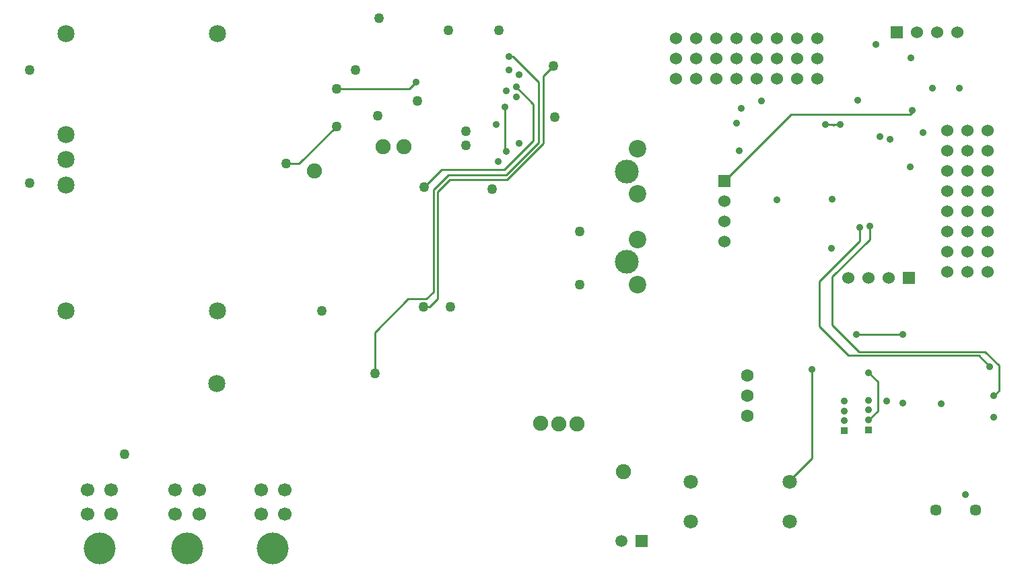
<source format=gbl>
G04 Layer_Physical_Order=4*
G04 Layer_Color=16711680*
%FSLAX25Y25*%
%MOIN*%
G70*
G01*
G75*
%ADD40C,0.01000*%
%ADD49C,0.05709*%
%ADD50C,0.06693*%
%ADD51C,0.15748*%
%ADD52C,0.08661*%
%ADD53C,0.11811*%
%ADD54R,0.03543X0.03543*%
%ADD55C,0.03543*%
%ADD56C,0.06331*%
%ADD57C,0.07118*%
%ADD58C,0.08500*%
%ADD59C,0.06000*%
%ADD60R,0.06000X0.06000*%
%ADD61R,0.06000X0.06000*%
%ADD62C,0.05905*%
%ADD63R,0.05905X0.05905*%
%ADD64C,0.03500*%
%ADD65C,0.05000*%
%ADD66C,0.07500*%
D40*
X663000Y387500D02*
X664700Y389200D01*
X614500Y217000D02*
Y261000D01*
X415000Y399965D02*
X418500Y403465D01*
X379000Y399965D02*
X415000D01*
X354000Y362965D02*
X360500D01*
X379000Y381465D01*
X481500Y406465D02*
X486500Y411465D01*
X481500Y372965D02*
Y406465D01*
X463500Y354965D02*
X481500Y372965D01*
X422000Y291965D02*
X425000D01*
X429000Y295965D01*
X464500Y415965D02*
X466500D01*
X479000Y403465D01*
Y373465D02*
Y403465D01*
X463000Y357465D02*
X479000Y373465D01*
X423500Y295965D02*
X427000Y299465D01*
X398000Y258965D02*
Y279465D01*
X414500Y295965D01*
X423500D01*
X468000Y400965D02*
X476500Y392465D01*
X422500Y351465D02*
X431000Y359965D01*
X462000D01*
X476500Y374465D01*
Y392465D01*
X427000Y299465D02*
Y349965D01*
X434500Y357465D01*
X463000D01*
X429000Y295965D02*
Y348965D01*
X435000Y354965D01*
X463500D01*
X462500Y369465D02*
X462984Y368980D01*
X462500Y369465D02*
Y390965D01*
X624488Y382500D02*
X624988Y382000D01*
X621000Y382500D02*
X624488D01*
X624988Y382000D02*
X625488Y382500D01*
X628500D01*
X604000Y387500D02*
X663000D01*
X571000Y354500D02*
X604000Y387500D01*
X704500Y248000D02*
X707000Y250500D01*
Y263000D01*
X642500Y236079D02*
X647000Y240579D01*
Y255000D01*
X642500Y259500D02*
X647000Y255000D01*
X618000Y282500D02*
Y304677D01*
X638000Y324677D02*
Y331500D01*
X618000Y304677D02*
X638000Y324677D01*
X624500Y283000D02*
Y307000D01*
X643000Y325500D01*
Y332000D01*
X697000Y268000D02*
X702500Y262500D01*
X700100Y269900D02*
X707000Y263000D01*
X618000Y282500D02*
X632500Y268000D01*
X697000D01*
X624500Y283000D02*
X637600Y269900D01*
X700100D01*
X603500Y206000D02*
X614500Y217000D01*
X603500Y205500D02*
Y206000D01*
Y204500D02*
Y205500D01*
X636500Y278500D02*
X659500D01*
D49*
X675716Y191500D02*
D03*
X695402D02*
D03*
D50*
X299095Y189508D02*
D03*
X310906D02*
D03*
Y201319D02*
D03*
X299095D02*
D03*
X341595Y189508D02*
D03*
X353405D02*
D03*
Y201319D02*
D03*
X341595D02*
D03*
X255689Y189500D02*
D03*
X267500D02*
D03*
Y201311D02*
D03*
X255689D02*
D03*
D51*
X305000Y172500D02*
D03*
X347500D02*
D03*
X261595Y172492D02*
D03*
D52*
X528000Y325559D02*
D03*
Y303118D02*
D03*
Y370441D02*
D03*
Y348000D02*
D03*
D53*
X522724Y314339D02*
D03*
Y359221D02*
D03*
D54*
X630500Y230736D02*
D03*
X642500Y231157D02*
D03*
D55*
X630500Y235658D02*
D03*
Y240579D02*
D03*
Y245500D02*
D03*
X642500Y236079D02*
D03*
Y241000D02*
D03*
Y245921D02*
D03*
D56*
X582500Y238000D02*
D03*
Y248000D02*
D03*
Y258000D02*
D03*
D57*
X603500Y205500D02*
D03*
X554287D02*
D03*
X603500Y185815D02*
D03*
X554287D02*
D03*
D58*
X320000Y427500D02*
D03*
X245000D02*
D03*
Y377500D02*
D03*
Y365000D02*
D03*
Y352500D02*
D03*
Y290000D02*
D03*
X320000D02*
D03*
X319750Y254250D02*
D03*
D59*
X701500Y309500D02*
D03*
X691500D02*
D03*
X681500D02*
D03*
X701500Y319500D02*
D03*
X691500D02*
D03*
X681500D02*
D03*
X701500Y329500D02*
D03*
X691500D02*
D03*
X681500D02*
D03*
X701500Y339500D02*
D03*
X691500D02*
D03*
X681500D02*
D03*
X701500Y349500D02*
D03*
X691500D02*
D03*
X681500D02*
D03*
X701500Y359500D02*
D03*
X691500D02*
D03*
X681500D02*
D03*
X701500Y369500D02*
D03*
X691500D02*
D03*
X681500D02*
D03*
Y379500D02*
D03*
X691500D02*
D03*
X701500D02*
D03*
X617000Y425000D02*
D03*
Y415000D02*
D03*
Y405000D02*
D03*
X607000Y425000D02*
D03*
Y415000D02*
D03*
Y405000D02*
D03*
X597000Y425000D02*
D03*
Y415000D02*
D03*
Y405000D02*
D03*
X587000Y425000D02*
D03*
Y415000D02*
D03*
Y405000D02*
D03*
X577000Y425000D02*
D03*
Y415000D02*
D03*
Y405000D02*
D03*
X567000Y425000D02*
D03*
Y415000D02*
D03*
Y405000D02*
D03*
X557000Y425000D02*
D03*
Y415000D02*
D03*
Y405000D02*
D03*
X547000D02*
D03*
Y415000D02*
D03*
Y425000D02*
D03*
X652500Y306500D02*
D03*
X642500D02*
D03*
X632500D02*
D03*
X571000Y344500D02*
D03*
Y334500D02*
D03*
Y324500D02*
D03*
X666500Y428000D02*
D03*
X676500D02*
D03*
X686500D02*
D03*
D60*
X662500Y306500D02*
D03*
X656500Y428000D02*
D03*
D61*
X571000Y354500D02*
D03*
D62*
X520000Y176000D02*
D03*
D63*
X530000D02*
D03*
D64*
X663000Y361500D02*
D03*
X589500Y394000D02*
D03*
X638000Y331500D02*
D03*
X643000Y332000D02*
D03*
X687500Y400500D02*
D03*
X614500Y261000D02*
D03*
X637000Y394500D02*
D03*
X690500Y199000D02*
D03*
X678500Y244000D02*
D03*
X464500Y415965D02*
D03*
Y409465D02*
D03*
X469500Y406965D02*
D03*
X468000Y400965D02*
D03*
X418500Y403465D02*
D03*
X458000Y382465D02*
D03*
X462984Y368980D02*
D03*
X469500Y372965D02*
D03*
X459000Y363965D02*
D03*
X468000Y395965D02*
D03*
X463000Y399134D02*
D03*
X462500Y390965D02*
D03*
X597000Y345000D02*
D03*
X579500Y390500D02*
D03*
X577000Y383000D02*
D03*
X578500Y369500D02*
D03*
X621000Y382500D02*
D03*
X628500D02*
D03*
X663500Y415500D02*
D03*
X674000Y400500D02*
D03*
X669500Y378500D02*
D03*
X646000Y422000D02*
D03*
X704500Y248000D02*
D03*
Y237500D02*
D03*
X659500Y244500D02*
D03*
X702500Y262500D02*
D03*
X642500Y259500D02*
D03*
X624000Y321000D02*
D03*
X659500Y278500D02*
D03*
X636500D02*
D03*
X624500Y345500D02*
D03*
X664000Y389500D02*
D03*
X648000Y376500D02*
D03*
X653000Y375000D02*
D03*
X651500Y245500D02*
D03*
D65*
X459500Y428965D02*
D03*
X434500D02*
D03*
X487000Y385965D02*
D03*
X400000Y434965D02*
D03*
X419000Y393965D02*
D03*
X399500Y386650D02*
D03*
X388500Y409465D02*
D03*
X379000Y399965D02*
D03*
X443000Y378965D02*
D03*
Y371965D02*
D03*
X499500Y302965D02*
D03*
Y329465D02*
D03*
X371685Y289965D02*
D03*
X379000Y381465D02*
D03*
X354000Y362965D02*
D03*
X422000Y291965D02*
D03*
X435500D02*
D03*
X486500Y411465D02*
D03*
X456000Y350465D02*
D03*
X422500Y351465D02*
D03*
X398000Y258965D02*
D03*
X227000Y409500D02*
D03*
X226953Y353453D02*
D03*
X274000Y219000D02*
D03*
D66*
X402000Y371465D02*
D03*
X412500D02*
D03*
X368000Y359465D02*
D03*
X489000Y234000D02*
D03*
X480000Y234500D02*
D03*
X498000Y234000D02*
D03*
X521000Y210500D02*
D03*
M02*

</source>
